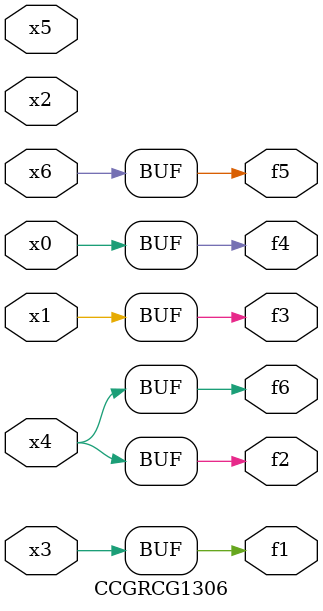
<source format=v>
module CCGRCG1306(
	input x0, x1, x2, x3, x4, x5, x6,
	output f1, f2, f3, f4, f5, f6
);
	assign f1 = x3;
	assign f2 = x4;
	assign f3 = x1;
	assign f4 = x0;
	assign f5 = x6;
	assign f6 = x4;
endmodule

</source>
